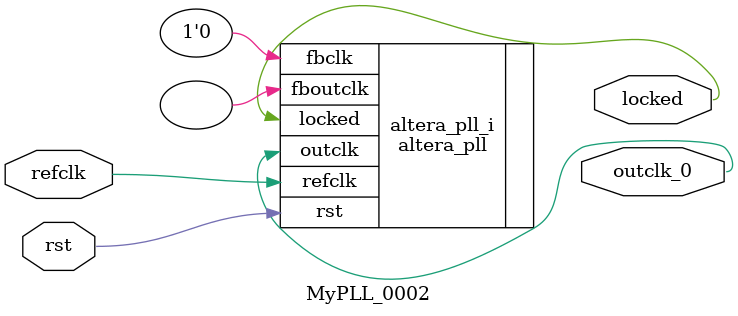
<source format=v>
`timescale 1ns/10ps
module  MyPLL_0002(

	// interface 'refclk'
	input wire refclk,

	// interface 'reset'
	input wire rst,

	// interface 'outclk0'
	output wire outclk_0,

	// interface 'locked'
	output wire locked
);

	altera_pll #(
		.fractional_vco_multiplier("false"),
		.reference_clock_frequency("60.0 MHz"),
		.operation_mode("direct"),
		.number_of_clocks(1),
		.output_clock_frequency0("62.500000 MHz"),
		.phase_shift0("0 ps"),
		.duty_cycle0(50),
		.output_clock_frequency1("0 MHz"),
		.phase_shift1("0 ps"),
		.duty_cycle1(50),
		.output_clock_frequency2("0 MHz"),
		.phase_shift2("0 ps"),
		.duty_cycle2(50),
		.output_clock_frequency3("0 MHz"),
		.phase_shift3("0 ps"),
		.duty_cycle3(50),
		.output_clock_frequency4("0 MHz"),
		.phase_shift4("0 ps"),
		.duty_cycle4(50),
		.output_clock_frequency5("0 MHz"),
		.phase_shift5("0 ps"),
		.duty_cycle5(50),
		.output_clock_frequency6("0 MHz"),
		.phase_shift6("0 ps"),
		.duty_cycle6(50),
		.output_clock_frequency7("0 MHz"),
		.phase_shift7("0 ps"),
		.duty_cycle7(50),
		.output_clock_frequency8("0 MHz"),
		.phase_shift8("0 ps"),
		.duty_cycle8(50),
		.output_clock_frequency9("0 MHz"),
		.phase_shift9("0 ps"),
		.duty_cycle9(50),
		.output_clock_frequency10("0 MHz"),
		.phase_shift10("0 ps"),
		.duty_cycle10(50),
		.output_clock_frequency11("0 MHz"),
		.phase_shift11("0 ps"),
		.duty_cycle11(50),
		.output_clock_frequency12("0 MHz"),
		.phase_shift12("0 ps"),
		.duty_cycle12(50),
		.output_clock_frequency13("0 MHz"),
		.phase_shift13("0 ps"),
		.duty_cycle13(50),
		.output_clock_frequency14("0 MHz"),
		.phase_shift14("0 ps"),
		.duty_cycle14(50),
		.output_clock_frequency15("0 MHz"),
		.phase_shift15("0 ps"),
		.duty_cycle15(50),
		.output_clock_frequency16("0 MHz"),
		.phase_shift16("0 ps"),
		.duty_cycle16(50),
		.output_clock_frequency17("0 MHz"),
		.phase_shift17("0 ps"),
		.duty_cycle17(50),
		.pll_type("General"),
		.pll_subtype("General")
	) altera_pll_i (
		.rst	(rst),
		.outclk	({outclk_0}),
		.locked	(locked),
		.fboutclk	( ),
		.fbclk	(1'b0),
		.refclk	(refclk)
	);
endmodule


</source>
